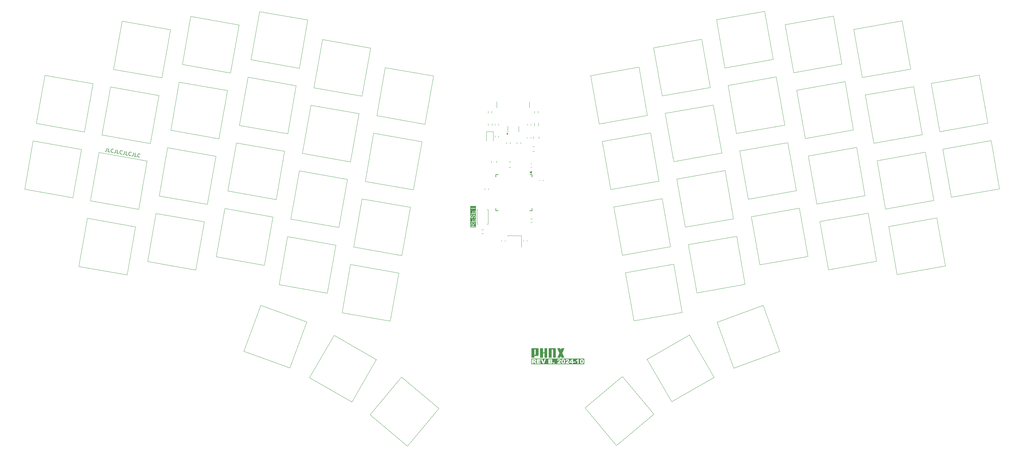
<source format=gbr>
%TF.GenerationSoftware,KiCad,Pcbnew,8.0.5*%
%TF.CreationDate,2024-10-09T17:31:38+02:00*%
%TF.ProjectId,phnx,70686e78-2e6b-4696-9361-645f70636258,A*%
%TF.SameCoordinates,Original*%
%TF.FileFunction,Legend,Top*%
%TF.FilePolarity,Positive*%
%FSLAX46Y46*%
G04 Gerber Fmt 4.6, Leading zero omitted, Abs format (unit mm)*
G04 Created by KiCad (PCBNEW 8.0.5) date 2024-10-09 17:31:38*
%MOMM*%
%LPD*%
G01*
G04 APERTURE LIST*
%ADD10C,0.150000*%
%ADD11C,0.120000*%
%ADD12C,0.000000*%
G04 APERTURE END LIST*
D10*
G36*
X223385517Y-175538868D02*
G01*
X223441920Y-175568418D01*
X223478357Y-175619076D01*
X223498300Y-175678814D01*
X223509299Y-175743461D01*
X223515584Y-175811538D01*
X223518605Y-175877199D01*
X223519612Y-175950977D01*
X223519166Y-176002057D01*
X223517039Y-176066062D01*
X223511731Y-176135487D01*
X223501311Y-176200679D01*
X223481676Y-176261306D01*
X223445788Y-176314829D01*
X223421281Y-176333313D01*
X223358625Y-176349880D01*
X223335724Y-176347820D01*
X223277200Y-176316922D01*
X223241373Y-176265509D01*
X223221431Y-176205656D01*
X223210432Y-176142209D01*
X223204147Y-176076059D01*
X223201126Y-176012637D01*
X223200118Y-175941672D01*
X223201035Y-175871430D01*
X223203784Y-175808624D01*
X223209502Y-175743074D01*
X223219508Y-175680133D01*
X223237651Y-175620627D01*
X223247723Y-175600780D01*
X223293812Y-175552154D01*
X223356764Y-175535945D01*
X223385517Y-175538868D01*
G37*
G36*
X228717035Y-175538868D02*
G01*
X228773438Y-175568418D01*
X228809876Y-175619076D01*
X228829819Y-175678814D01*
X228840817Y-175743461D01*
X228847102Y-175811538D01*
X228850124Y-175877199D01*
X228851131Y-175950977D01*
X228850684Y-176002057D01*
X228848557Y-176066062D01*
X228843249Y-176135487D01*
X228832830Y-176200679D01*
X228813195Y-176261306D01*
X228777306Y-176314829D01*
X228752800Y-176333313D01*
X228690143Y-176349880D01*
X228667243Y-176347820D01*
X228608719Y-176316922D01*
X228572892Y-176265509D01*
X228552949Y-176205656D01*
X228541951Y-176142209D01*
X228535666Y-176076059D01*
X228532644Y-176012637D01*
X228531637Y-175941672D01*
X228532553Y-175871430D01*
X228535302Y-175808624D01*
X228541020Y-175743074D01*
X228551026Y-175680133D01*
X228569170Y-175620627D01*
X228579241Y-175600780D01*
X228625331Y-175552154D01*
X228688282Y-175535945D01*
X228717035Y-175538868D01*
G37*
G36*
X215068915Y-175575917D02*
G01*
X215132855Y-175582329D01*
X215190433Y-175606048D01*
X215212549Y-175632366D01*
X215226725Y-175692901D01*
X215226371Y-175702303D01*
X215204081Y-175760522D01*
X215199718Y-175765795D01*
X215145456Y-175796814D01*
X215106358Y-175805061D01*
X215042783Y-175813874D01*
X214886138Y-175813874D01*
X214886138Y-175575650D01*
X215049918Y-175575650D01*
X215068915Y-175575917D01*
G37*
G36*
X219733082Y-176032525D02*
G01*
X219795139Y-176039199D01*
X219853185Y-176063886D01*
X219873469Y-176085630D01*
X219891649Y-176147327D01*
X219887067Y-176183250D01*
X219852875Y-176236971D01*
X219842251Y-176244823D01*
X219781144Y-176265761D01*
X219715772Y-176270472D01*
X219524075Y-176270472D01*
X219524075Y-176032247D01*
X219714841Y-176032247D01*
X219733082Y-176032525D01*
G37*
G36*
X219745957Y-175579270D02*
G01*
X219807898Y-175601395D01*
X219820830Y-175613594D01*
X219841088Y-175672428D01*
X219839500Y-175693013D01*
X219807898Y-175748114D01*
X219749060Y-175769870D01*
X219685994Y-175774170D01*
X219524075Y-175774170D01*
X219524075Y-175575650D01*
X219688786Y-175575650D01*
X219745957Y-175579270D01*
G37*
G36*
X225808183Y-176052099D02*
G01*
X225497684Y-176052099D01*
X225808183Y-175688558D01*
X225808183Y-176052099D01*
G37*
G36*
X229365399Y-176749068D02*
G01*
X214328444Y-176749068D01*
X214328444Y-175813874D01*
X214469555Y-175813874D01*
X214469555Y-176588105D01*
X214886138Y-176588105D01*
X214886138Y-176071951D01*
X214911264Y-176071951D01*
X214944991Y-176075213D01*
X215002459Y-176099558D01*
X215038500Y-176140026D01*
X215071011Y-176194165D01*
X215284730Y-176588105D01*
X215753735Y-176588105D01*
X215845551Y-176588105D01*
X216943618Y-176588105D01*
X216943618Y-176270472D01*
X216261514Y-176270472D01*
X216261514Y-176052099D01*
X216876617Y-176052099D01*
X216876617Y-175774170D01*
X216261514Y-175774170D01*
X216261514Y-175615354D01*
X216924386Y-175615354D01*
X216924386Y-175297721D01*
X216998521Y-175297721D01*
X217489239Y-176588105D01*
X217931258Y-176588105D01*
X218235310Y-175774170D01*
X219105631Y-175774170D01*
X219105631Y-176270472D01*
X219105631Y-176588105D01*
X219797662Y-176588105D01*
X220479146Y-176588105D01*
X220878358Y-176588105D01*
X221615366Y-176588105D01*
X222702576Y-176588105D01*
X222702576Y-176270472D01*
X222162228Y-176270472D01*
X222180044Y-176253795D01*
X222228918Y-176211846D01*
X222265894Y-176184016D01*
X222317338Y-176147623D01*
X222371915Y-176110104D01*
X222426074Y-176071226D01*
X222483827Y-176025832D01*
X222533685Y-175981812D01*
X222576584Y-175937639D01*
X222827582Y-175937639D01*
X222827593Y-175941672D01*
X222827608Y-175946863D01*
X222829211Y-176010068D01*
X222834096Y-176079395D01*
X222842238Y-176145621D01*
X222853638Y-176208744D01*
X222856977Y-176223897D01*
X222874044Y-176287108D01*
X222896920Y-176347789D01*
X222926842Y-176402922D01*
X222948092Y-176433237D01*
X222990845Y-176481810D01*
X223039389Y-176522680D01*
X223093724Y-176555845D01*
X223100143Y-176559051D01*
X223163371Y-176583326D01*
X223227812Y-176597982D01*
X223290560Y-176605463D01*
X223359245Y-176607957D01*
X223412633Y-176606523D01*
X223479100Y-176600149D01*
X223539178Y-176588105D01*
X223985205Y-176588105D01*
X225072416Y-176588105D01*
X225072416Y-176270472D01*
X224532067Y-176270472D01*
X224549884Y-176253795D01*
X224598758Y-176211846D01*
X224635733Y-176184016D01*
X224687178Y-176147623D01*
X224741755Y-176110104D01*
X224795914Y-176071226D01*
X224808805Y-176061094D01*
X225160819Y-176061094D01*
X225160819Y-176369732D01*
X225808183Y-176369732D01*
X225808183Y-176588105D01*
X226137603Y-176588105D01*
X226137603Y-176369732D01*
X226298280Y-176369732D01*
X226298280Y-176250620D01*
X226348531Y-176250620D01*
X226884847Y-176250620D01*
X226884847Y-175952839D01*
X226348531Y-175952839D01*
X226348531Y-176250620D01*
X226298280Y-176250620D01*
X226298280Y-176052099D01*
X226137603Y-176052099D01*
X226137603Y-175618145D01*
X227046765Y-175618145D01*
X227046765Y-175936709D01*
X227088091Y-175923347D01*
X227148698Y-175902031D01*
X227208772Y-175878144D01*
X227265448Y-175851717D01*
X227315987Y-175823855D01*
X227369200Y-175790197D01*
X227419922Y-175753387D01*
X227419922Y-176588105D01*
X227799282Y-176588105D01*
X227799282Y-175937639D01*
X228159101Y-175937639D01*
X228159112Y-175941672D01*
X228159126Y-175946863D01*
X228160729Y-176010068D01*
X228165615Y-176079395D01*
X228173757Y-176145621D01*
X228185156Y-176208744D01*
X228188496Y-176223897D01*
X228205562Y-176287108D01*
X228228439Y-176347789D01*
X228258361Y-176402922D01*
X228279611Y-176433237D01*
X228322364Y-176481810D01*
X228370908Y-176522680D01*
X228425242Y-176555845D01*
X228431662Y-176559051D01*
X228494889Y-176583326D01*
X228559331Y-176597982D01*
X228622079Y-176605463D01*
X228690764Y-176607957D01*
X228744151Y-176606523D01*
X228810619Y-176600149D01*
X228886124Y-176585012D01*
X228953208Y-176561909D01*
X229011872Y-176530838D01*
X229062114Y-176491801D01*
X229103934Y-176444797D01*
X229125443Y-176412578D01*
X229156589Y-176351644D01*
X229181858Y-176281668D01*
X229197843Y-176219177D01*
X229210066Y-176150900D01*
X229218529Y-176076835D01*
X229223230Y-175996983D01*
X229224288Y-175933297D01*
X229223725Y-175894712D01*
X229220036Y-175828099D01*
X229212903Y-175762643D01*
X229202326Y-175698346D01*
X229188306Y-175635206D01*
X229184707Y-175621234D01*
X229165029Y-175560284D01*
X229138676Y-175502755D01*
X229132716Y-175492100D01*
X229096866Y-175440215D01*
X229054304Y-175393879D01*
X229029449Y-175372166D01*
X228975255Y-175336882D01*
X228915960Y-175310128D01*
X228888369Y-175300835D01*
X228826416Y-175286973D01*
X228762940Y-175279885D01*
X228700379Y-175277869D01*
X228650417Y-175279166D01*
X228587592Y-175284934D01*
X228515153Y-175298632D01*
X228449485Y-175319539D01*
X228390587Y-175347656D01*
X228338459Y-175382983D01*
X228293102Y-175425518D01*
X228261695Y-175465751D01*
X228228326Y-175525597D01*
X228201499Y-175596060D01*
X228184749Y-175660075D01*
X228172187Y-175730885D01*
X228163812Y-175808491D01*
X228160278Y-175871154D01*
X228159101Y-175937639D01*
X227799282Y-175937639D01*
X227799282Y-175277869D01*
X227489094Y-175277869D01*
X227457280Y-175336300D01*
X227420464Y-175389381D01*
X227378647Y-175437112D01*
X227331828Y-175479491D01*
X227291846Y-175508560D01*
X227237345Y-175540683D01*
X227174383Y-175570876D01*
X227113682Y-175595219D01*
X227046765Y-175618145D01*
X226137603Y-175618145D01*
X226137603Y-175277869D01*
X225813456Y-175277869D01*
X225168314Y-176052099D01*
X225160819Y-176061094D01*
X224808805Y-176061094D01*
X224853667Y-176025832D01*
X224903525Y-175981812D01*
X224951714Y-175932192D01*
X224993628Y-175877773D01*
X225013823Y-175844163D01*
X225041549Y-175782328D01*
X225058185Y-175718776D01*
X225063730Y-175653507D01*
X225063490Y-175639711D01*
X225055094Y-175573275D01*
X225034701Y-175511079D01*
X225002313Y-175453125D01*
X224990399Y-175436784D01*
X224944937Y-175388220D01*
X224890630Y-175348744D01*
X224834191Y-175320985D01*
X224798831Y-175308564D01*
X224733876Y-175293069D01*
X224668579Y-175283932D01*
X224606326Y-175279384D01*
X224538271Y-175277869D01*
X224515816Y-175278048D01*
X224452116Y-175280738D01*
X224384746Y-175287956D01*
X224316912Y-175301585D01*
X224252277Y-175323777D01*
X224239508Y-175329635D01*
X224181075Y-175363689D01*
X224131669Y-175405680D01*
X224091290Y-175455607D01*
X224061759Y-175509998D01*
X224040123Y-175568522D01*
X224022830Y-175636623D01*
X224011261Y-175704068D01*
X224387209Y-175735086D01*
X224393898Y-175694000D01*
X224410692Y-175632439D01*
X224443043Y-175577200D01*
X224486318Y-175547589D01*
X224547887Y-175535945D01*
X224594256Y-175542191D01*
X224649319Y-175573788D01*
X224673891Y-175604352D01*
X224689643Y-175664984D01*
X224679097Y-175716553D01*
X224647458Y-175771999D01*
X224605113Y-175817872D01*
X224557557Y-175859568D01*
X224504369Y-175901809D01*
X224450178Y-175942292D01*
X224388440Y-175988433D01*
X224331802Y-176033177D01*
X224280262Y-176076526D01*
X224233821Y-176118479D01*
X224182940Y-176168958D01*
X224140026Y-176217255D01*
X224099044Y-176272333D01*
X224087586Y-176290287D01*
X224056684Y-176345576D01*
X224030996Y-176403002D01*
X224010520Y-176462565D01*
X223995256Y-176524266D01*
X223985205Y-176588105D01*
X223539178Y-176588105D01*
X223554606Y-176585012D01*
X223621690Y-176561909D01*
X223680353Y-176530838D01*
X223730595Y-176491801D01*
X223772416Y-176444797D01*
X223793924Y-176412578D01*
X223825070Y-176351644D01*
X223850340Y-176281668D01*
X223866324Y-176219177D01*
X223878548Y-176150900D01*
X223887010Y-176076835D01*
X223891711Y-175996983D01*
X223892769Y-175933297D01*
X223892207Y-175894712D01*
X223888517Y-175828099D01*
X223881384Y-175762643D01*
X223870808Y-175698346D01*
X223856787Y-175635206D01*
X223853189Y-175621234D01*
X223833511Y-175560284D01*
X223807157Y-175502755D01*
X223801197Y-175492100D01*
X223765347Y-175440215D01*
X223722786Y-175393879D01*
X223697930Y-175372166D01*
X223643736Y-175336882D01*
X223584442Y-175310128D01*
X223556850Y-175300835D01*
X223494898Y-175286973D01*
X223431422Y-175279885D01*
X223368861Y-175277869D01*
X223318898Y-175279166D01*
X223256073Y-175284934D01*
X223183635Y-175298632D01*
X223117967Y-175319539D01*
X223059069Y-175347656D01*
X223006941Y-175382983D01*
X222961583Y-175425518D01*
X222930177Y-175465751D01*
X222896807Y-175525597D01*
X222869981Y-175596060D01*
X222853231Y-175660075D01*
X222840668Y-175730885D01*
X222832293Y-175808491D01*
X222828760Y-175871154D01*
X222827582Y-175937639D01*
X222576584Y-175937639D01*
X222581874Y-175932192D01*
X222623788Y-175877773D01*
X222643984Y-175844163D01*
X222671710Y-175782328D01*
X222688346Y-175718776D01*
X222693891Y-175653507D01*
X222693651Y-175639711D01*
X222685254Y-175573275D01*
X222664862Y-175511079D01*
X222632474Y-175453125D01*
X222620560Y-175436784D01*
X222575098Y-175388220D01*
X222520791Y-175348744D01*
X222464351Y-175320985D01*
X222428992Y-175308564D01*
X222364036Y-175293069D01*
X222298740Y-175283932D01*
X222236487Y-175279384D01*
X222168432Y-175277869D01*
X222145977Y-175278048D01*
X222082277Y-175280738D01*
X222014907Y-175287956D01*
X221947072Y-175301585D01*
X221882438Y-175323777D01*
X221869668Y-175329635D01*
X221811235Y-175363689D01*
X221761829Y-175405680D01*
X221721450Y-175455607D01*
X221691919Y-175509998D01*
X221670284Y-175568522D01*
X221652991Y-175636623D01*
X221641422Y-175704068D01*
X222017370Y-175735086D01*
X222024058Y-175694000D01*
X222040852Y-175632439D01*
X222073204Y-175577200D01*
X222116479Y-175547589D01*
X222178048Y-175535945D01*
X222224417Y-175542191D01*
X222279479Y-175573788D01*
X222304052Y-175604352D01*
X222319804Y-175664984D01*
X222309257Y-175716553D01*
X222277618Y-175771999D01*
X222235274Y-175817872D01*
X222187718Y-175859568D01*
X222134529Y-175901809D01*
X222080338Y-175942292D01*
X222018601Y-175988433D01*
X221961963Y-176033177D01*
X221910423Y-176076526D01*
X221863982Y-176118479D01*
X221813101Y-176168958D01*
X221770186Y-176217255D01*
X221729205Y-176272333D01*
X221717746Y-176290287D01*
X221686845Y-176345576D01*
X221661156Y-176403002D01*
X221640680Y-176462565D01*
X221625417Y-176524266D01*
X221615366Y-176588105D01*
X220878358Y-176588105D01*
X220878358Y-176210915D01*
X220479146Y-176210915D01*
X220479146Y-176588105D01*
X219797662Y-176588105D01*
X219843536Y-176585575D01*
X219907735Y-176578810D01*
X219976020Y-176570114D01*
X220006848Y-176565424D01*
X220070577Y-176550710D01*
X220129873Y-176525446D01*
X220178183Y-176491586D01*
X220223346Y-176446433D01*
X220260153Y-176392996D01*
X220287173Y-176332785D01*
X220302977Y-176267736D01*
X220307611Y-176204401D01*
X220306560Y-176172825D01*
X220296502Y-176106776D01*
X220275796Y-176047646D01*
X220240301Y-175990061D01*
X220231765Y-175979589D01*
X220184292Y-175934096D01*
X220128822Y-175900054D01*
X220065354Y-175877463D01*
X220069123Y-175876189D01*
X220126382Y-175846915D01*
X220174851Y-175804258D01*
X220183715Y-175794055D01*
X220219460Y-175739366D01*
X220240906Y-175678558D01*
X220248055Y-175611631D01*
X220243172Y-175555340D01*
X220222542Y-175489029D01*
X220190651Y-175435813D01*
X220146003Y-175387986D01*
X220104691Y-175357310D01*
X220048803Y-175329543D01*
X219984633Y-175310414D01*
X219923037Y-175300894D01*
X219855357Y-175297721D01*
X219105631Y-175297721D01*
X219105631Y-175774170D01*
X218235310Y-175774170D01*
X218413291Y-175297721D01*
X217990194Y-175297721D01*
X217714126Y-176188892D01*
X217433406Y-175297721D01*
X216998521Y-175297721D01*
X216924386Y-175297721D01*
X215845551Y-175297721D01*
X215845551Y-176588105D01*
X215753735Y-176588105D01*
X215555215Y-176208434D01*
X215537174Y-176178621D01*
X215498450Y-176126854D01*
X215478579Y-176102582D01*
X215433621Y-176056752D01*
X215418712Y-176046580D01*
X215361347Y-176019219D01*
X215412360Y-176003429D01*
X215468362Y-175975482D01*
X215515956Y-175941943D01*
X215560473Y-175898333D01*
X215596780Y-175847685D01*
X215623447Y-175789999D01*
X215639044Y-175725277D01*
X215643618Y-175660331D01*
X215643079Y-175637336D01*
X215634982Y-175572276D01*
X215614589Y-175506894D01*
X215582201Y-175448782D01*
X215574414Y-175438103D01*
X215531005Y-175391175D01*
X215480145Y-175355030D01*
X215421834Y-175329670D01*
X215409129Y-175325801D01*
X215343653Y-175311480D01*
X215274039Y-175302994D01*
X215204318Y-175298844D01*
X215138011Y-175297721D01*
X214469555Y-175297721D01*
X214469555Y-175813874D01*
X214328444Y-175813874D01*
X214328444Y-175136758D01*
X229365399Y-175136758D01*
X229365399Y-176749068D01*
G37*
X93309290Y-114995083D02*
X93185255Y-115698518D01*
X93185255Y-115698518D02*
X93113553Y-115830935D01*
X93113553Y-115830935D02*
X93003224Y-115908189D01*
X93003224Y-115908189D02*
X92854268Y-115930277D01*
X92854268Y-115930277D02*
X92760477Y-115913739D01*
X94073554Y-116145270D02*
X93604598Y-116062581D01*
X93604598Y-116062581D02*
X93778246Y-115077773D01*
X94981109Y-116208589D02*
X94925944Y-116247216D01*
X94925944Y-116247216D02*
X94776988Y-116269305D01*
X94776988Y-116269305D02*
X94683197Y-116252767D01*
X94683197Y-116252767D02*
X94550779Y-116181064D01*
X94550779Y-116181064D02*
X94473526Y-116070735D01*
X94473526Y-116070735D02*
X94443168Y-115968675D01*
X94443168Y-115968675D02*
X94429348Y-115772824D01*
X94429348Y-115772824D02*
X94454155Y-115632137D01*
X94454155Y-115632137D02*
X94534127Y-115452823D01*
X94534127Y-115452823D02*
X94597560Y-115367301D01*
X94597560Y-115367301D02*
X94707889Y-115290048D01*
X94707889Y-115290048D02*
X94856845Y-115267959D01*
X94856845Y-115267959D02*
X94950636Y-115284497D01*
X94950636Y-115284497D02*
X95083054Y-115356200D01*
X95083054Y-115356200D02*
X95121681Y-115411364D01*
X95841653Y-115441607D02*
X95717619Y-116145041D01*
X95717619Y-116145041D02*
X95645916Y-116277459D01*
X95645916Y-116277459D02*
X95535587Y-116354713D01*
X95535587Y-116354713D02*
X95386631Y-116376801D01*
X95386631Y-116376801D02*
X95292840Y-116360263D01*
X96605917Y-116591794D02*
X96136961Y-116509105D01*
X96136961Y-116509105D02*
X96310609Y-115524297D01*
X97513472Y-116655113D02*
X97458307Y-116693740D01*
X97458307Y-116693740D02*
X97309352Y-116715829D01*
X97309352Y-116715829D02*
X97215560Y-116699291D01*
X97215560Y-116699291D02*
X97083142Y-116627588D01*
X97083142Y-116627588D02*
X97005889Y-116517259D01*
X97005889Y-116517259D02*
X96975531Y-116415199D01*
X96975531Y-116415199D02*
X96961712Y-116219348D01*
X96961712Y-116219348D02*
X96986519Y-116078661D01*
X96986519Y-116078661D02*
X97066490Y-115899347D01*
X97066490Y-115899347D02*
X97129924Y-115813825D01*
X97129924Y-115813825D02*
X97240253Y-115736572D01*
X97240253Y-115736572D02*
X97389208Y-115714483D01*
X97389208Y-115714483D02*
X97483000Y-115731021D01*
X97483000Y-115731021D02*
X97615418Y-115802724D01*
X97615418Y-115802724D02*
X97654044Y-115857888D01*
X98374016Y-115888131D02*
X98249982Y-116591565D01*
X98249982Y-116591565D02*
X98178279Y-116723983D01*
X98178279Y-116723983D02*
X98067950Y-116801237D01*
X98067950Y-116801237D02*
X97918994Y-116823325D01*
X97918994Y-116823325D02*
X97825203Y-116806787D01*
X99138280Y-117038318D02*
X98669324Y-116955629D01*
X98669324Y-116955629D02*
X98842973Y-115970821D01*
X100045835Y-117101637D02*
X99990671Y-117140264D01*
X99990671Y-117140264D02*
X99841715Y-117162353D01*
X99841715Y-117162353D02*
X99747924Y-117145815D01*
X99747924Y-117145815D02*
X99615506Y-117074112D01*
X99615506Y-117074112D02*
X99538252Y-116963783D01*
X99538252Y-116963783D02*
X99507895Y-116861723D01*
X99507895Y-116861723D02*
X99494075Y-116665872D01*
X99494075Y-116665872D02*
X99518882Y-116525185D01*
X99518882Y-116525185D02*
X99598853Y-116345871D01*
X99598853Y-116345871D02*
X99662287Y-116260349D01*
X99662287Y-116260349D02*
X99772616Y-116183096D01*
X99772616Y-116183096D02*
X99921572Y-116161007D01*
X99921572Y-116161007D02*
X100015363Y-116177545D01*
X100015363Y-116177545D02*
X100147781Y-116249248D01*
X100147781Y-116249248D02*
X100186407Y-116304412D01*
X100906379Y-116334655D02*
X100782345Y-117038089D01*
X100782345Y-117038089D02*
X100710643Y-117170507D01*
X100710643Y-117170507D02*
X100600313Y-117247761D01*
X100600313Y-117247761D02*
X100451358Y-117269849D01*
X100451358Y-117269849D02*
X100357566Y-117253311D01*
X101670644Y-117484842D02*
X101201688Y-117402153D01*
X101201688Y-117402153D02*
X101375336Y-116417345D01*
X102578198Y-117548161D02*
X102523034Y-117586788D01*
X102523034Y-117586788D02*
X102374078Y-117608877D01*
X102374078Y-117608877D02*
X102280287Y-117592339D01*
X102280287Y-117592339D02*
X102147869Y-117520636D01*
X102147869Y-117520636D02*
X102070616Y-117410307D01*
X102070616Y-117410307D02*
X102040258Y-117308247D01*
X102040258Y-117308247D02*
X102026438Y-117112396D01*
X102026438Y-117112396D02*
X102051245Y-116971709D01*
X102051245Y-116971709D02*
X102131216Y-116792395D01*
X102131216Y-116792395D02*
X102194650Y-116706873D01*
X102194650Y-116706873D02*
X102304979Y-116629620D01*
X102304979Y-116629620D02*
X102453935Y-116607531D01*
X102453935Y-116607531D02*
X102547726Y-116624069D01*
X102547726Y-116624069D02*
X102680144Y-116695771D01*
X102680144Y-116695771D02*
X102718771Y-116750936D01*
G36*
X197396694Y-136637960D02*
G01*
X197455276Y-136665550D01*
X197497927Y-136707503D01*
X197527240Y-136765120D01*
X197539955Y-136816091D01*
X197547392Y-136879011D01*
X197549573Y-136946580D01*
X197549573Y-137310431D01*
X197152532Y-137310431D01*
X197152532Y-136905636D01*
X197153015Y-136879613D01*
X197159020Y-136816805D01*
X197176177Y-136751762D01*
X197207436Y-136697499D01*
X197229082Y-136675046D01*
X197283241Y-136642333D01*
X197347330Y-136631429D01*
X197396694Y-136637960D01*
G37*
G36*
X198445063Y-137620595D02*
G01*
X196832753Y-137620595D01*
X196832753Y-136912460D01*
X196993716Y-136912460D01*
X196993716Y-137479484D01*
X198284100Y-137479484D01*
X198284100Y-137310431D01*
X197708390Y-137310431D01*
X197708390Y-137114082D01*
X197708739Y-137083645D01*
X197713973Y-137019785D01*
X197719343Y-137000321D01*
X197745923Y-136942858D01*
X197781517Y-136899519D01*
X197831535Y-136856626D01*
X197847989Y-136844199D01*
X197902186Y-136805826D01*
X197956289Y-136769851D01*
X198011754Y-136734412D01*
X198284100Y-136565359D01*
X198284100Y-136352259D01*
X197927693Y-136574665D01*
X197902597Y-136591381D01*
X197849745Y-136629878D01*
X197801899Y-136669603D01*
X197754608Y-136715180D01*
X197719740Y-136761284D01*
X197688538Y-136817232D01*
X197683230Y-136783585D01*
X197669031Y-136721346D01*
X197646430Y-136657252D01*
X197612639Y-136595234D01*
X197570356Y-136545197D01*
X197527595Y-136510871D01*
X197466598Y-136479127D01*
X197406693Y-136462609D01*
X197341437Y-136457103D01*
X197328364Y-136457312D01*
X197265145Y-136464606D01*
X197205500Y-136482320D01*
X197149430Y-136510456D01*
X197100133Y-136547121D01*
X197057872Y-136595570D01*
X197028147Y-136652522D01*
X197009990Y-136716159D01*
X197000306Y-136778584D01*
X196995363Y-136841603D01*
X196993875Y-136905636D01*
X196993716Y-136912460D01*
X196832753Y-136912460D01*
X196832753Y-135270943D01*
X196993716Y-135270943D01*
X196993716Y-136195614D01*
X198284100Y-136195614D01*
X198284100Y-135241165D01*
X198125283Y-135241165D01*
X198125283Y-136026562D01*
X197688538Y-136026562D01*
X197688538Y-135319022D01*
X197529721Y-135319022D01*
X197529721Y-136026562D01*
X197152532Y-136026562D01*
X197152532Y-135270943D01*
X196993716Y-135270943D01*
X196832753Y-135270943D01*
X196832753Y-134573019D01*
X196973864Y-134573019D01*
X196974939Y-134612775D01*
X196982294Y-134681474D01*
X196996618Y-134746493D01*
X197017910Y-134807831D01*
X197023539Y-134820817D01*
X197056514Y-134879819D01*
X197097548Y-134928947D01*
X197146639Y-134968199D01*
X197200806Y-134997152D01*
X197263260Y-135016614D01*
X197328719Y-135023102D01*
X197372146Y-135020291D01*
X197433214Y-135005533D01*
X197489397Y-134978125D01*
X197531745Y-134945470D01*
X197573149Y-134899054D01*
X197609130Y-134841642D01*
X197635660Y-134780558D01*
X197655599Y-134720478D01*
X197673491Y-134657094D01*
X197689158Y-134594732D01*
X197696816Y-134562793D01*
X197713180Y-134496792D01*
X197731121Y-134429470D01*
X197750886Y-134367054D01*
X197752799Y-134362077D01*
X197782383Y-134301755D01*
X197825331Y-134251974D01*
X197866450Y-134228013D01*
X197927693Y-134216922D01*
X197980505Y-134224897D01*
X198036569Y-134253214D01*
X198042806Y-134257862D01*
X198086678Y-134305864D01*
X198116288Y-134363642D01*
X198130232Y-134407134D01*
X198141726Y-134470696D01*
X198145135Y-134534555D01*
X198145098Y-134541358D01*
X198140627Y-134607019D01*
X198128704Y-134668378D01*
X198106982Y-134730905D01*
X198089026Y-134766856D01*
X198052996Y-134818336D01*
X198006481Y-134859633D01*
X197968687Y-134880483D01*
X197909821Y-134900956D01*
X197847354Y-134912365D01*
X197847354Y-135071802D01*
X197913230Y-135066141D01*
X197975617Y-135052570D01*
X198034514Y-135031089D01*
X198089922Y-135001699D01*
X198128271Y-134974807D01*
X198178680Y-134927845D01*
X198220550Y-134872932D01*
X198250599Y-134817447D01*
X198263104Y-134787252D01*
X198283111Y-134721570D01*
X198295146Y-134658309D01*
X198302076Y-134589645D01*
X198303952Y-134526490D01*
X198301547Y-134467950D01*
X198292910Y-134404245D01*
X198277992Y-134343952D01*
X198253701Y-134280201D01*
X198243925Y-134260120D01*
X198210343Y-134205276D01*
X198165547Y-134153834D01*
X198112875Y-134112389D01*
X198101508Y-134105290D01*
X198043287Y-134076664D01*
X197982764Y-134059488D01*
X197919938Y-134053763D01*
X197857743Y-134058973D01*
X197794786Y-134076740D01*
X197737548Y-134107116D01*
X197727768Y-134113975D01*
X197677837Y-134159888D01*
X197638106Y-134213650D01*
X197606958Y-134271826D01*
X197595732Y-134299023D01*
X197574151Y-134363895D01*
X197556144Y-134428498D01*
X197539859Y-134493725D01*
X197525689Y-134555028D01*
X197508433Y-134626852D01*
X197491331Y-134687619D01*
X197468764Y-134751440D01*
X197435424Y-134810313D01*
X197385096Y-134847535D01*
X197322826Y-134859943D01*
X197298772Y-134858231D01*
X197237467Y-134835229D01*
X197188514Y-134789840D01*
X197166758Y-134755057D01*
X197144948Y-134691565D01*
X197135352Y-134629082D01*
X197132680Y-134565884D01*
X197133543Y-134530174D01*
X197140445Y-134465500D01*
X197156459Y-134403493D01*
X197187894Y-134343169D01*
X197232084Y-134298539D01*
X197288736Y-134268717D01*
X197351053Y-134254455D01*
X197351053Y-134092227D01*
X197337263Y-134092982D01*
X197271039Y-134103117D01*
X197209358Y-134123855D01*
X197152222Y-134155195D01*
X197136136Y-134166571D01*
X197087911Y-134210869D01*
X197047987Y-134264983D01*
X197019151Y-134322076D01*
X196999338Y-134378472D01*
X196985186Y-134439095D01*
X196976694Y-134503944D01*
X196973864Y-134573019D01*
X196832753Y-134573019D01*
X196832753Y-132901103D01*
X196993716Y-132901103D01*
X196993716Y-133825775D01*
X198284100Y-133825775D01*
X198284100Y-132871325D01*
X198125283Y-132871325D01*
X198125283Y-133656722D01*
X197688538Y-133656722D01*
X197688538Y-132949182D01*
X197529721Y-132949182D01*
X197529721Y-133656722D01*
X197152532Y-133656722D01*
X197152532Y-132901103D01*
X196993716Y-132901103D01*
X196832753Y-132901103D01*
X196832753Y-132740426D01*
X196993716Y-132740426D01*
X197152532Y-132740426D01*
X197152532Y-132319190D01*
X198284100Y-132319190D01*
X198284100Y-132149827D01*
X197152532Y-132149827D01*
X197152532Y-131726730D01*
X196993716Y-131726730D01*
X196993716Y-132740426D01*
X196832753Y-132740426D01*
X196832753Y-131585619D01*
X198445063Y-131585619D01*
X198445063Y-137620595D01*
G37*
D11*
%TO.C,C6*%
X200986100Y-126566064D02*
X200986100Y-126847224D01*
X202006100Y-126566064D02*
X202006100Y-126847224D01*
%TO.C,SW452*%
X328262786Y-96517033D02*
X342020551Y-94091168D01*
X330688651Y-110274797D02*
X328262786Y-96517033D01*
X342020551Y-94091168D02*
X344446416Y-107848933D01*
X344446416Y-107848933D02*
X330688651Y-110274797D01*
%TO.C,SW412*%
X104796958Y-147395515D02*
X107222823Y-133637750D01*
X107222823Y-133637750D02*
X120980587Y-136063615D01*
X118554722Y-149821380D02*
X104796958Y-147395515D01*
X120980587Y-136063615D02*
X118554722Y-149821380D01*
%TO.C,SW442*%
X267202215Y-164696616D02*
X280329722Y-159918596D01*
X271980236Y-177824123D02*
X267202215Y-164696616D01*
X280329722Y-159918596D02*
X285107743Y-173046102D01*
X285107743Y-173046102D02*
X271980236Y-177824123D01*
%TO.C,SW420*%
X145626130Y-135250923D02*
X148051995Y-121493158D01*
X148051995Y-121493158D02*
X161809759Y-123919023D01*
X159383894Y-137676788D02*
X145626130Y-135250923D01*
X161809759Y-123919023D02*
X159383894Y-137676788D01*
%TO.C,SW422*%
X150975067Y-180532128D02*
X157960068Y-168433754D01*
X157960068Y-168433754D02*
X170058442Y-175418754D01*
X163073441Y-187517128D02*
X150975067Y-180532128D01*
X170058442Y-175418754D02*
X163073441Y-187517128D01*
%TO.C,C10*%
X205739999Y-141359421D02*
X205740000Y-141640581D01*
X206760000Y-141359419D02*
X206760001Y-141640579D01*
%TO.C,C9*%
X208407351Y-118971644D02*
X207884847Y-118971644D01*
X208407351Y-120441644D02*
X207884847Y-120441644D01*
%TO.C,R1*%
X201968526Y-108014267D02*
X201968526Y-108488783D01*
X203013526Y-108014267D02*
X203013526Y-108488783D01*
%TO.C,SW405*%
X95133362Y-92495900D02*
X97559227Y-78738135D01*
X97559227Y-78738135D02*
X111316991Y-81164000D01*
X108891126Y-94921765D02*
X95133362Y-92495900D01*
X111316991Y-81164000D02*
X108891126Y-94921765D01*
%TO.C,SW445*%
X293229253Y-117209672D02*
X306987018Y-114783807D01*
X295655118Y-130967436D02*
X293229253Y-117209672D01*
X306987018Y-114783807D02*
X309412883Y-128541572D01*
X309412883Y-128541572D02*
X295655118Y-130967436D01*
%TO.C,C11*%
X211990000Y-141640581D02*
X211989999Y-141359421D01*
X213010001Y-141640579D02*
X213010000Y-141359419D01*
%TO.C,SW407*%
X88517368Y-130017072D02*
X90943233Y-116259307D01*
X90943233Y-116259307D02*
X104700997Y-118685172D01*
X102275132Y-132442937D02*
X88517368Y-130017072D01*
X104700997Y-118685172D02*
X102275132Y-132442937D01*
%TO.C,SW441*%
X276949665Y-134588109D02*
X290707430Y-132162244D01*
X279375530Y-148345873D02*
X276949665Y-134588109D01*
X290707430Y-132162244D02*
X293133295Y-145920009D01*
X293133295Y-145920009D02*
X279375530Y-148345873D01*
%TO.C,SW453*%
X331570786Y-115277618D02*
X345328551Y-112851753D01*
X333996651Y-129035382D02*
X331570786Y-115277618D01*
X345328551Y-112851753D02*
X347754416Y-126609518D01*
X347754416Y-126609518D02*
X333996651Y-129035382D01*
%TO.C,SW432*%
X229507898Y-189226588D02*
X240209540Y-180246845D01*
X238487640Y-199928229D02*
X229507898Y-189226588D01*
X240209540Y-180246845D02*
X249189282Y-190948486D01*
X249189282Y-190948486D02*
X238487640Y-199928229D01*
%TO.C,SW402*%
X73070693Y-107949271D02*
X75496558Y-94191506D01*
X75496558Y-94191506D02*
X89254322Y-96617371D01*
X86828457Y-110375136D02*
X73070693Y-107949271D01*
X89254322Y-96617371D02*
X86828457Y-110375136D01*
%TO.C,R3*%
X207177500Y-113319386D02*
X207177500Y-113793902D01*
X208222500Y-113319386D02*
X208222500Y-113793902D01*
%TO.C,SW446*%
X296537251Y-135970261D02*
X310295016Y-133544396D01*
X298963116Y-149728025D02*
X296537251Y-135970261D01*
X310295016Y-133544396D02*
X312720881Y-147302161D01*
X312720881Y-147302161D02*
X298963116Y-149728025D01*
%TO.C,C8*%
X202861100Y-118695392D02*
X202861100Y-119217896D01*
X204331100Y-118695392D02*
X204331100Y-119217896D01*
%TO.C,U2*%
X207536100Y-109569144D02*
X207536100Y-108769144D01*
X207536100Y-109569144D02*
X207536100Y-110369144D01*
X210656100Y-109569144D02*
X210656100Y-108769144D01*
X210656100Y-109569144D02*
X210656100Y-110369144D01*
X207586100Y-110869144D02*
X207256100Y-111109144D01*
X207256100Y-110629144D01*
X207586100Y-110869144D01*
G36*
X207586100Y-110869144D02*
G01*
X207256100Y-111109144D01*
X207256100Y-110629144D01*
X207586100Y-110869144D01*
G37*
%TO.C,Y2*%
X211400000Y-139999998D02*
X207399999Y-140000002D01*
X211400001Y-143299998D02*
X211400000Y-139999998D01*
%TO.C,R2*%
X215123600Y-104469386D02*
X215123600Y-104943902D01*
X216168600Y-104469386D02*
X216168600Y-104943902D01*
%TO.C,C7*%
X214130520Y-119396644D02*
X214411680Y-119396644D01*
X214130520Y-120416644D02*
X214411680Y-120416644D01*
%TO.C,SW433*%
X249092082Y-86304492D02*
X262849847Y-83878627D01*
X251517947Y-100062256D02*
X249092082Y-86304492D01*
X262849847Y-83878627D02*
X265275712Y-97636392D01*
X265275712Y-97636392D02*
X251517947Y-100062256D01*
%TO.C,SW428*%
X231158494Y-94302636D02*
X244916259Y-91876771D01*
X233584359Y-108060400D02*
X231158494Y-94302636D01*
X244916259Y-91876771D02*
X247342124Y-105634536D01*
X247342124Y-105634536D02*
X233584359Y-108060400D01*
%TO.C,SW424*%
X166867715Y-124488478D02*
X169293580Y-110730713D01*
X169293580Y-110730713D02*
X183051344Y-113156578D01*
X180625479Y-126914343D02*
X166867715Y-124488478D01*
X183051344Y-113156578D02*
X180625479Y-126914343D01*
%TO.C,SW416*%
X124384544Y-146013364D02*
X126810409Y-132255599D01*
X126810409Y-132255599D02*
X140568173Y-134681464D01*
X138142308Y-148439229D02*
X124384544Y-146013364D01*
X140568173Y-134681464D02*
X138142308Y-148439229D01*
%TO.C,SW443*%
X286613258Y-79688498D02*
X300371023Y-77262633D01*
X289039123Y-93446262D02*
X286613258Y-79688498D01*
X300371023Y-77262633D02*
X302796888Y-91020398D01*
X302796888Y-91020398D02*
X289039123Y-93446262D01*
%TO.C,R5*%
X201948600Y-104469386D02*
X201948600Y-104943902D01*
X202993600Y-104469386D02*
X202993600Y-104943902D01*
D12*
%TO.C,G\u002A\u002A\u002A*%
G36*
X217614546Y-172775121D02*
G01*
X217614546Y-173353855D01*
X217801611Y-173353855D01*
X217988677Y-173353855D01*
X217988677Y-172775121D01*
X217988677Y-172196386D01*
X218406652Y-172196386D01*
X218824626Y-172196386D01*
X218824626Y-173537998D01*
X218824626Y-174879609D01*
X218406652Y-174879609D01*
X217988677Y-174879609D01*
X217988677Y-174262877D01*
X217988677Y-173646145D01*
X217801611Y-173646145D01*
X217614546Y-173646145D01*
X217614546Y-174262877D01*
X217614546Y-174879609D01*
X217199494Y-174879609D01*
X216784442Y-174879609D01*
X216784442Y-173537998D01*
X216784442Y-172196386D01*
X217199494Y-172196386D01*
X217614546Y-172196386D01*
X217614546Y-172775121D01*
G37*
G36*
X220492921Y-172196368D02*
G01*
X220584297Y-172196407D01*
X220666201Y-172196503D01*
X220739186Y-172196674D01*
X220803808Y-172196941D01*
X220860621Y-172197324D01*
X220910180Y-172197843D01*
X220953040Y-172198518D01*
X220989755Y-172199369D01*
X221020879Y-172200415D01*
X221046969Y-172201678D01*
X221068577Y-172203177D01*
X221086260Y-172204932D01*
X221100571Y-172206962D01*
X221112065Y-172209289D01*
X221121298Y-172211932D01*
X221128823Y-172214910D01*
X221135195Y-172218245D01*
X221140970Y-172221955D01*
X221146701Y-172226062D01*
X221152944Y-172230584D01*
X221155562Y-172232414D01*
X221176052Y-172250389D01*
X221198988Y-172277045D01*
X221222720Y-172310113D01*
X221245600Y-172347324D01*
X221263000Y-172380220D01*
X221285708Y-172426677D01*
X221285708Y-173653143D01*
X221285708Y-174879609D01*
X220870656Y-174879609D01*
X220455604Y-174879609D01*
X220455604Y-173698757D01*
X220455604Y-172517905D01*
X220265616Y-172517905D01*
X220075627Y-172517905D01*
X220075627Y-173698757D01*
X220075627Y-174879609D01*
X219660576Y-174879609D01*
X219245524Y-174879609D01*
X219245524Y-173537998D01*
X219245524Y-172196386D01*
X220156408Y-172196386D01*
X220279531Y-172196378D01*
X220391517Y-172196365D01*
X220492921Y-172196368D01*
G37*
G36*
X215257227Y-172197778D02*
G01*
X216191094Y-172199309D01*
X216220323Y-172213574D01*
X216250694Y-172232824D01*
X216281675Y-172260131D01*
X216310323Y-172292416D01*
X216333693Y-172326597D01*
X216340601Y-172339486D01*
X216360622Y-172380284D01*
X216360622Y-173277737D01*
X216360617Y-173397694D01*
X216360598Y-173506517D01*
X216360559Y-173604763D01*
X216360493Y-173692989D01*
X216360394Y-173771752D01*
X216360256Y-173841609D01*
X216360071Y-173903118D01*
X216359835Y-173956836D01*
X216359539Y-174003319D01*
X216359179Y-174043126D01*
X216358747Y-174076813D01*
X216358237Y-174104937D01*
X216357643Y-174128057D01*
X216356958Y-174146728D01*
X216356176Y-174161508D01*
X216355291Y-174172955D01*
X216354296Y-174181625D01*
X216353184Y-174188076D01*
X216351950Y-174192864D01*
X216350587Y-174196548D01*
X216350061Y-174197716D01*
X216330217Y-174229178D01*
X216301287Y-174260460D01*
X216265735Y-174289555D01*
X216226023Y-174314459D01*
X216184614Y-174333167D01*
X216182984Y-174333748D01*
X216144327Y-174347394D01*
X215648896Y-174347517D01*
X215153464Y-174347641D01*
X215153464Y-174613625D01*
X215153464Y-174879609D01*
X214738412Y-174879609D01*
X214323360Y-174879609D01*
X214323360Y-174031968D01*
X215153464Y-174031968D01*
X215340530Y-174031968D01*
X215527595Y-174031968D01*
X215527595Y-173272014D01*
X215527595Y-172512060D01*
X215340530Y-172512060D01*
X215153464Y-172512060D01*
X215153464Y-173272014D01*
X215153464Y-174031968D01*
X214323360Y-174031968D01*
X214323360Y-173537927D01*
X214323360Y-173272014D01*
X214323360Y-172196246D01*
X215257227Y-172197778D01*
G37*
G36*
X223671388Y-172259190D02*
G01*
X223665266Y-172272854D01*
X223654687Y-172296416D01*
X223639997Y-172329112D01*
X223621537Y-172370177D01*
X223599653Y-172418849D01*
X223574686Y-172474363D01*
X223546982Y-172535955D01*
X223516882Y-172602863D01*
X223484732Y-172674321D01*
X223450873Y-172749567D01*
X223415651Y-172827837D01*
X223379408Y-172908367D01*
X223369773Y-172929774D01*
X223327269Y-173024253D01*
X223289347Y-173108654D01*
X223255763Y-173183551D01*
X223226270Y-173249514D01*
X223200623Y-173307115D01*
X223178575Y-173356926D01*
X223159882Y-173399517D01*
X223144297Y-173435461D01*
X223131575Y-173465329D01*
X223121469Y-173489692D01*
X223113735Y-173509122D01*
X223108126Y-173524189D01*
X223104397Y-173535467D01*
X223102302Y-173543526D01*
X223101595Y-173548938D01*
X223102031Y-173552273D01*
X223102061Y-173552352D01*
X223105221Y-173559641D01*
X223112815Y-173576757D01*
X223124484Y-173602903D01*
X223139870Y-173637283D01*
X223158614Y-173679101D01*
X223180357Y-173727561D01*
X223204741Y-173781866D01*
X223231408Y-173841221D01*
X223260000Y-173904829D01*
X223290157Y-173971894D01*
X223321521Y-174041620D01*
X223353734Y-174113210D01*
X223386438Y-174185869D01*
X223419274Y-174258800D01*
X223451883Y-174331208D01*
X223483907Y-174402295D01*
X223514988Y-174471266D01*
X223544767Y-174537324D01*
X223572886Y-174599674D01*
X223598986Y-174657518D01*
X223622709Y-174710062D01*
X223643696Y-174756508D01*
X223661589Y-174796061D01*
X223676029Y-174827925D01*
X223686659Y-174851302D01*
X223693118Y-174865397D01*
X223695001Y-174869378D01*
X223695571Y-174871339D01*
X223694527Y-174873032D01*
X223691085Y-174874477D01*
X223684460Y-174875693D01*
X223673868Y-174876699D01*
X223658525Y-174877514D01*
X223637646Y-174878158D01*
X223610446Y-174878651D01*
X223576142Y-174879011D01*
X223533950Y-174879258D01*
X223483084Y-174879411D01*
X223422760Y-174879489D01*
X223352195Y-174879512D01*
X223283716Y-174879502D01*
X222866997Y-174879396D01*
X222773756Y-174660757D01*
X222680515Y-174442117D01*
X222586690Y-174660799D01*
X222492866Y-174879481D01*
X222078594Y-174879545D01*
X221998949Y-174879545D01*
X221930204Y-174879506D01*
X221871568Y-174879409D01*
X221822250Y-174879234D01*
X221781457Y-174878961D01*
X221748399Y-174878571D01*
X221722285Y-174878044D01*
X221702322Y-174877361D01*
X221687720Y-174876502D01*
X221677687Y-174875448D01*
X221671431Y-174874178D01*
X221668162Y-174872674D01*
X221667087Y-174870917D01*
X221667258Y-174869378D01*
X221669988Y-174862849D01*
X221677233Y-174846317D01*
X221688697Y-174820439D01*
X221704087Y-174785871D01*
X221723110Y-174743267D01*
X221745471Y-174693283D01*
X221770878Y-174636575D01*
X221799036Y-174573799D01*
X221829652Y-174505609D01*
X221862431Y-174432662D01*
X221897081Y-174355614D01*
X221933308Y-174275119D01*
X221966465Y-174201496D01*
X222010401Y-174103826D01*
X222051376Y-174012453D01*
X222089216Y-173927774D01*
X222123748Y-173850183D01*
X222154798Y-173780076D01*
X222182193Y-173717849D01*
X222205760Y-173663896D01*
X222225324Y-173618613D01*
X222240712Y-173582396D01*
X222251752Y-173555640D01*
X222258268Y-173538740D01*
X222260108Y-173532152D01*
X222257414Y-173525435D01*
X222250202Y-173508721D01*
X222238766Y-173482667D01*
X222223400Y-173447931D01*
X222204398Y-173405171D01*
X222182053Y-173355045D01*
X222156660Y-173298211D01*
X222128512Y-173235327D01*
X222097904Y-173167051D01*
X222065128Y-173094040D01*
X222030480Y-173016952D01*
X221994253Y-172936446D01*
X221961583Y-172863920D01*
X221924277Y-172781101D01*
X221888331Y-172701215D01*
X221854035Y-172624911D01*
X221821679Y-172552838D01*
X221791554Y-172485647D01*
X221763951Y-172423987D01*
X221739159Y-172368509D01*
X221717469Y-172319862D01*
X221699172Y-172278695D01*
X221684558Y-172245659D01*
X221673917Y-172221403D01*
X221667539Y-172206578D01*
X221665685Y-172201844D01*
X221671454Y-172200761D01*
X221688454Y-172199828D01*
X221716228Y-172199047D01*
X221754315Y-172198423D01*
X221802257Y-172197962D01*
X221859595Y-172197667D01*
X221925870Y-172197543D01*
X222000622Y-172197594D01*
X222079040Y-172197809D01*
X222492396Y-172199309D01*
X222584572Y-172412681D01*
X222604826Y-172459588D01*
X222623630Y-172503174D01*
X222640478Y-172542265D01*
X222654864Y-172575685D01*
X222666282Y-172602260D01*
X222674227Y-172620815D01*
X222678193Y-172630175D01*
X222678535Y-172631024D01*
X222681135Y-172626931D01*
X222687813Y-172613173D01*
X222698080Y-172590847D01*
X222711445Y-172561049D01*
X222727417Y-172524877D01*
X222745508Y-172483427D01*
X222765226Y-172437796D01*
X222773874Y-172417652D01*
X222867425Y-172199309D01*
X223283453Y-172197809D01*
X223699481Y-172196309D01*
X223671388Y-172259190D01*
G37*
D11*
%TO.C,FB1*%
X215127500Y-107850378D02*
X215127500Y-108649622D01*
X216247500Y-107850378D02*
X216247500Y-108649622D01*
%TO.C,SW437*%
X247251476Y-175332792D02*
X259349853Y-168347793D01*
X254236476Y-187431168D02*
X247251476Y-175332792D01*
X259349853Y-168347793D02*
X266334852Y-180446168D01*
X266334852Y-180446168D02*
X254236476Y-187431168D01*
%TO.C,SW403*%
X69762695Y-126709862D02*
X72188560Y-112952097D01*
X72188560Y-112952097D02*
X85946324Y-115377962D01*
X83520459Y-129135727D02*
X69762695Y-126709862D01*
X85946324Y-115377962D02*
X83520459Y-129135727D01*
%TO.C,SW406*%
X91825364Y-111256487D02*
X94251229Y-97498722D01*
X94251229Y-97498722D02*
X108008993Y-99924587D01*
X105583128Y-113682352D02*
X91825364Y-111256487D01*
X108008993Y-99924587D02*
X105583128Y-113682352D01*
%TO.C,C3*%
X214911100Y-111751393D02*
X214911100Y-112273897D01*
X216381100Y-111751393D02*
X216381100Y-112273897D01*
%TO.C,SW447*%
X306200844Y-81070645D02*
X319958609Y-78644780D01*
X308626709Y-94828409D02*
X306200844Y-81070645D01*
X319958609Y-78644780D02*
X322384474Y-92402545D01*
X322384474Y-92402545D02*
X308626709Y-94828409D01*
%TO.C,D109*%
X201436100Y-110271644D02*
X201436100Y-112956644D01*
X203356100Y-110271644D02*
X201436100Y-110271644D01*
X203356100Y-112956644D02*
X203356100Y-110271644D01*
%TO.C,R4*%
X210177500Y-113319386D02*
X210177500Y-113793902D01*
X211222500Y-113319386D02*
X211222500Y-113793902D01*
%TO.C,SW440*%
X273641667Y-115827523D02*
X287399432Y-113401658D01*
X276067532Y-129585287D02*
X273641667Y-115827523D01*
X287399432Y-113401658D02*
X289825297Y-127159423D01*
X289825297Y-127159423D02*
X276067532Y-129585287D01*
%TO.C,SW450*%
X316124838Y-137352409D02*
X329882603Y-134926544D01*
X318550703Y-151110173D02*
X316124838Y-137352409D01*
X329882603Y-134926544D02*
X332308468Y-148684309D01*
X332308468Y-148684309D02*
X318550703Y-151110173D01*
%TO.C,SW444*%
X289921255Y-98449082D02*
X303679020Y-96023217D01*
X292347120Y-112206846D02*
X289921255Y-98449082D01*
X303679020Y-96023217D02*
X306104885Y-109780982D01*
X306104885Y-109780982D02*
X292347120Y-112206846D01*
%TO.C,SW429*%
X234466492Y-113063225D02*
X248224257Y-110637360D01*
X236892357Y-126820989D02*
X234466492Y-113063225D01*
X248224257Y-110637360D02*
X250650122Y-124395125D01*
X250650122Y-124395125D02*
X236892357Y-126820989D01*
%TO.C,SW439*%
X270333669Y-97066935D02*
X284091434Y-94641070D01*
X272759534Y-110824699D02*
X270333669Y-97066935D01*
X284091434Y-94641070D02*
X286517299Y-108398835D01*
X286517299Y-108398835D02*
X272759534Y-110824699D01*
%TO.C,SW436*%
X259016076Y-142586254D02*
X272773841Y-140160389D01*
X261441941Y-156344018D02*
X259016076Y-142586254D01*
X272773841Y-140160389D02*
X275199706Y-153918154D01*
X275199706Y-153918154D02*
X261441941Y-156344018D01*
%TO.C,SW417*%
X132274238Y-173014643D02*
X137052260Y-159887137D01*
X137052260Y-159887137D02*
X150179765Y-164665158D01*
X145401743Y-177792664D02*
X132274238Y-173014643D01*
X150179765Y-164665158D02*
X145401743Y-177792664D01*
%TO.C,SW414*%
X131000541Y-108492188D02*
X133426406Y-94734423D01*
X133426406Y-94734423D02*
X147184170Y-97160288D01*
X144758305Y-110918053D02*
X131000541Y-108492188D01*
X147184170Y-97160288D02*
X144758305Y-110918053D01*
%TO.C,SW438*%
X267025671Y-78306346D02*
X280783436Y-75880481D01*
X269451536Y-92064110D02*
X267025671Y-78306346D01*
X280783436Y-75880481D02*
X283209301Y-89638246D01*
X283209301Y-89638246D02*
X269451536Y-92064110D01*
%TO.C,SW434*%
X252400080Y-105065080D02*
X266157845Y-102639215D01*
X254825945Y-118822844D02*
X252400080Y-105065080D01*
X266157845Y-102639215D02*
X268583710Y-116396980D01*
X268583710Y-116396980D02*
X254825945Y-118822844D01*
%TO.C,SW430*%
X237774490Y-131823811D02*
X251532255Y-129397946D01*
X240200355Y-145581575D02*
X237774490Y-131823811D01*
X251532255Y-129397946D02*
X253958120Y-143155711D01*
X253958120Y-143155711D02*
X240200355Y-145581575D01*
%TO.C,SW421*%
X142318131Y-154011509D02*
X144743996Y-140253744D01*
X144743996Y-140253744D02*
X158501760Y-142679609D01*
X156075895Y-156437374D02*
X142318131Y-154011509D01*
X158501760Y-142679609D02*
X156075895Y-156437374D01*
%TO.C,C5*%
X216546597Y-124098208D02*
X216546597Y-124379368D01*
X217566597Y-124098208D02*
X217566597Y-124379368D01*
%TO.C,F1*%
X215154678Y-114490145D02*
X214637522Y-114490145D01*
X215154678Y-115910145D02*
X214637522Y-115910145D01*
%TO.C,C4*%
X203886100Y-108113098D02*
X203886100Y-108394258D01*
X204906100Y-108113098D02*
X204906100Y-108394258D01*
%TO.C,SW411*%
X108104954Y-128634924D02*
X110530819Y-114877159D01*
X110530819Y-114877159D02*
X124288583Y-117303024D01*
X121862718Y-131060789D02*
X108104954Y-128634924D01*
X124288583Y-117303024D02*
X121862718Y-131060789D01*
%TO.C,SW427*%
X168217580Y-191108886D02*
X177197324Y-180407245D01*
X177197324Y-180407245D02*
X187898964Y-189386990D01*
X178919220Y-200088628D02*
X168217580Y-191108886D01*
X187898964Y-189386990D02*
X178919220Y-200088628D01*
%TO.C,SW448*%
X309508842Y-99831234D02*
X323266607Y-97405369D01*
X311934707Y-113588998D02*
X309508842Y-99831234D01*
X323266607Y-97405369D02*
X325692472Y-111163134D01*
X325692472Y-111163134D02*
X311934707Y-113588998D01*
%TO.C,SW431*%
X241082488Y-150584399D02*
X254840253Y-148158534D01*
X243508353Y-164342163D02*
X241082488Y-150584399D01*
X254840253Y-148158534D02*
X257266118Y-161916299D01*
X257266118Y-161916299D02*
X243508353Y-164342163D01*
%TO.C,C1*%
X213136100Y-108122065D02*
X213136100Y-108403225D01*
X214156100Y-108122065D02*
X214156100Y-108403225D01*
%TO.C,SW408*%
X85209371Y-148777662D02*
X87635236Y-135019897D01*
X87635236Y-135019897D02*
X101393000Y-137445762D01*
X98967135Y-151203527D02*
X85209371Y-148777662D01*
X101393000Y-137445762D02*
X98967135Y-151203527D01*
%TO.C,SW55*%
X198776100Y-132586644D02*
X199076100Y-132586644D01*
X198776100Y-136726644D02*
X198776100Y-132586644D01*
X199076100Y-136726644D02*
X198776100Y-136726644D01*
X201616100Y-132586644D02*
X201916100Y-132586644D01*
X201916100Y-132586644D02*
X201916100Y-136726644D01*
X201916100Y-136726644D02*
X201616100Y-136726644D01*
%TO.C,SW435*%
X255708078Y-123825666D02*
X269465843Y-121399801D01*
X258133943Y-137583430D02*
X255708078Y-123825666D01*
X269465843Y-121399801D02*
X271891708Y-135157566D01*
X271891708Y-135157566D02*
X258133943Y-137583430D01*
%TO.C,R8*%
X203873600Y-111469386D02*
X203873600Y-111943902D01*
X204918600Y-111469386D02*
X204918600Y-111943902D01*
%TO.C,SW410*%
X111412951Y-109874338D02*
X113838816Y-96116573D01*
X113838816Y-96116573D02*
X127596580Y-98542438D01*
X125170715Y-112300203D02*
X111412951Y-109874338D01*
X127596580Y-98542438D02*
X125170715Y-112300203D01*
%TO.C,SW409*%
X114720949Y-91113751D02*
X117146814Y-77355986D01*
X117146814Y-77355986D02*
X130904578Y-79781851D01*
X128478713Y-93539616D02*
X114720949Y-91113751D01*
X130904578Y-79781851D02*
X128478713Y-93539616D01*
%TO.C,R7*%
X200108842Y-138359144D02*
X200583358Y-138359144D01*
X200108842Y-139404144D02*
X200583358Y-139404144D01*
%TO.C,SW423*%
X170175714Y-105727889D02*
X172601579Y-91970124D01*
X172601579Y-91970124D02*
X186359343Y-94395989D01*
X183933478Y-108153754D02*
X170175714Y-105727889D01*
X186359343Y-94395989D02*
X183933478Y-108153754D01*
D10*
%TO.C,U1*%
X204121100Y-122581644D02*
X204121100Y-123256644D01*
X204121100Y-122581644D02*
X204796100Y-122581644D01*
X204121100Y-132931644D02*
X204121100Y-132256644D01*
X204121100Y-132931644D02*
X204796100Y-132931644D01*
X214471100Y-122581644D02*
X213856100Y-122581644D01*
X214471100Y-122581644D02*
X214471100Y-123256644D01*
X214471100Y-132931644D02*
X213796100Y-132931644D01*
X214471100Y-132931644D02*
X214471100Y-132256644D01*
D11*
X214306100Y-122236644D02*
X213836100Y-121896644D01*
X214306100Y-121556644D01*
X214306100Y-122236644D01*
G36*
X214306100Y-122236644D02*
G01*
X213836100Y-121896644D01*
X214306100Y-121556644D01*
X214306100Y-122236644D01*
G37*
%TO.C,C2*%
X213136100Y-111872065D02*
X213136100Y-112153225D01*
X214156100Y-111872065D02*
X214156100Y-112153225D01*
%TO.C,SW418*%
X152242126Y-97729745D02*
X154667991Y-83971980D01*
X154667991Y-83971980D02*
X168425755Y-86397845D01*
X165999890Y-100155610D02*
X152242126Y-97729745D01*
X168425755Y-86397845D02*
X165999890Y-100155610D01*
%TO.C,R6*%
X214058842Y-135184144D02*
X214533358Y-135184144D01*
X214058842Y-136229144D02*
X214533358Y-136229144D01*
%TO.C,SW413*%
X134308536Y-89731601D02*
X136734401Y-75973836D01*
X136734401Y-75973836D02*
X150492165Y-78399701D01*
X148066300Y-92157466D02*
X134308536Y-89731601D01*
X150492165Y-78399701D02*
X148066300Y-92157466D01*
%TO.C,SW425*%
X163559717Y-143249065D02*
X165985582Y-129491300D01*
X165985582Y-129491300D02*
X179743346Y-131917165D01*
X177317481Y-145674930D02*
X163559717Y-143249065D01*
X179743346Y-131917165D02*
X177317481Y-145674930D01*
%TO.C,SW426*%
X160251721Y-162009653D02*
X162677586Y-148251888D01*
X162677586Y-148251888D02*
X176435350Y-150677753D01*
X174009485Y-164435518D02*
X160251721Y-162009653D01*
X176435350Y-150677753D02*
X174009485Y-164435518D01*
%TO.C,SW449*%
X312816840Y-118591820D02*
X326574605Y-116165955D01*
X315242705Y-132349584D02*
X312816840Y-118591820D01*
X326574605Y-116165955D02*
X329000470Y-129923720D01*
X329000470Y-129923720D02*
X315242705Y-132349584D01*
%TO.C,J1*%
X204376100Y-101726644D02*
X204376100Y-103426644D01*
X213716100Y-101726644D02*
X213716100Y-103426644D01*
%TO.C,SW415*%
X127692543Y-127252776D02*
X130118408Y-113495011D01*
X130118408Y-113495011D02*
X143876172Y-115920876D01*
X141450307Y-129678641D02*
X127692543Y-127252776D01*
X143876172Y-115920876D02*
X141450307Y-129678641D01*
%TO.C,SW419*%
X148934128Y-116490332D02*
X151359993Y-102732567D01*
X151359993Y-102732567D02*
X165117757Y-105158432D01*
X162691892Y-118916197D02*
X148934128Y-116490332D01*
X165117757Y-105158432D02*
X162691892Y-118916197D01*
%TD*%
M02*

</source>
